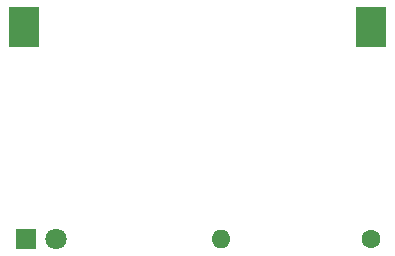
<source format=gbr>
%TF.GenerationSoftware,KiCad,Pcbnew,9.0.0*%
%TF.CreationDate,2025-03-13T21:02:51+03:00*%
%TF.ProjectId,getting_started,67657474-696e-4675-9f73-746172746564,rev?*%
%TF.SameCoordinates,Original*%
%TF.FileFunction,Soldermask,Bot*%
%TF.FilePolarity,Negative*%
%FSLAX46Y46*%
G04 Gerber Fmt 4.6, Leading zero omitted, Abs format (unit mm)*
G04 Created by KiCad (PCBNEW 9.0.0) date 2025-03-13 21:02:51*
%MOMM*%
%LPD*%
G01*
G04 APERTURE LIST*
%ADD10C,1.600000*%
%ADD11O,1.600000X1.600000*%
%ADD12R,2.540000X3.510000*%
%ADD13C,1.800000*%
%ADD14R,1.800000X1.800000*%
G04 APERTURE END LIST*
D10*
%TO.C,R1*%
X148700000Y-53000000D03*
D11*
X136000000Y-53000000D03*
%TD*%
D12*
%TO.C,BT1*%
X148680000Y-35000000D03*
X119320000Y-35000000D03*
%TD*%
D13*
%TO.C,D1*%
X122000000Y-53000000D03*
D14*
X119460000Y-53000000D03*
%TD*%
M02*

</source>
